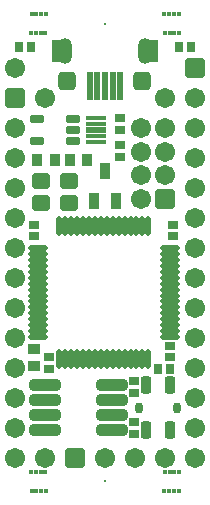
<source format=gts>
%FSTAX23Y23*%
%MOIN*%
%SFA1B1*%

%IPPOS*%
%AMD25*
4,1,8,-0.041800,-0.018800,0.041800,-0.018800,0.053200,-0.007400,0.053200,0.007400,0.041800,0.018800,-0.041800,0.018800,-0.053200,0.007400,-0.053200,-0.007400,-0.041800,-0.018800,0.0*
1,1,0.022760,-0.041800,-0.007400*
1,1,0.022760,0.041800,-0.007400*
1,1,0.022760,0.041800,0.007400*
1,1,0.022760,-0.041800,0.007400*
%
%AMD26*
4,1,8,0.033500,-0.003000,0.033500,0.003000,0.026600,0.009900,-0.026600,0.009900,-0.033500,0.003000,-0.033500,-0.003000,-0.026600,-0.009900,0.026600,-0.009900,0.033500,-0.003000,0.0*
1,1,0.013900,0.026600,-0.003000*
1,1,0.013900,0.026600,0.003000*
1,1,0.013900,-0.026600,0.003000*
1,1,0.013900,-0.026600,-0.003000*
%
%AMD27*
4,1,8,-0.017800,0.021200,-0.017800,-0.021200,-0.010300,-0.028600,0.010300,-0.028600,0.017800,-0.021200,0.017800,0.021200,0.010300,0.028600,-0.010300,0.028600,-0.017800,0.021200,0.0*
1,1,0.014900,-0.010300,0.021200*
1,1,0.014900,-0.010300,-0.021200*
1,1,0.014900,0.010300,-0.021200*
1,1,0.014900,0.010300,0.021200*
%
%AMD28*
4,1,8,-0.017800,0.021200,-0.017800,-0.021200,-0.010300,-0.028600,0.010300,-0.028600,0.017800,-0.021200,0.017800,0.021200,0.010300,0.028600,-0.010300,0.028600,-0.017800,0.021200,0.0*
1,1,0.014900,-0.010300,0.021200*
1,1,0.014900,-0.010300,-0.021200*
1,1,0.014900,0.010300,-0.021200*
1,1,0.014900,0.010300,0.021200*
%
%AMD29*
4,1,8,-0.017800,0.021100,-0.017800,-0.021100,-0.010300,-0.028600,0.010300,-0.028600,0.017800,-0.021100,0.017800,0.021100,0.010300,0.028600,-0.010300,0.028600,-0.017800,0.021100,0.0*
1,1,0.014900,-0.010300,0.021100*
1,1,0.014900,-0.010300,-0.021100*
1,1,0.014900,0.010300,-0.021100*
1,1,0.014900,0.010300,0.021100*
%
%AMD30*
4,1,8,-0.011900,0.009800,-0.011900,-0.009800,-0.003900,-0.017800,0.003900,-0.017800,0.011900,-0.009800,0.011900,0.009800,0.003900,0.017800,-0.003900,0.017800,-0.011900,0.009800,0.0*
1,1,0.015900,-0.003900,0.009800*
1,1,0.015900,-0.003900,-0.009800*
1,1,0.015900,0.003900,-0.009800*
1,1,0.015900,0.003900,0.009800*
%
%AMD31*
4,1,8,-0.011800,0.009900,-0.011800,-0.009900,-0.003900,-0.017800,0.003900,-0.017800,0.011800,-0.009900,0.011800,0.009900,0.003900,0.017800,-0.003900,0.017800,-0.011800,0.009900,0.0*
1,1,0.015860,-0.003900,0.009900*
1,1,0.015860,-0.003900,-0.009900*
1,1,0.015860,0.003900,-0.009900*
1,1,0.015860,0.003900,0.009900*
%
%AMD32*
4,1,8,-0.017000,-0.014800,0.017000,-0.014800,0.023700,-0.008100,0.023700,0.008100,0.017000,0.014800,-0.017000,0.014800,-0.023700,0.008100,-0.023700,-0.008100,-0.017000,-0.014800,0.0*
1,1,0.013420,-0.017000,-0.008100*
1,1,0.013420,0.017000,-0.008100*
1,1,0.013420,0.017000,0.008100*
1,1,0.013420,-0.017000,0.008100*
%
%AMD33*
4,1,8,-0.017000,-0.014800,0.017000,-0.014800,0.023700,-0.008100,0.023700,0.008100,0.017000,0.014800,-0.017000,0.014800,-0.023700,0.008100,-0.023700,-0.008100,-0.017000,-0.014800,0.0*
1,1,0.013420,-0.017000,-0.008100*
1,1,0.013420,0.017000,-0.008100*
1,1,0.013420,0.017000,0.008100*
1,1,0.013420,-0.017000,0.008100*
%
%AMD40*
4,1,8,0.003000,0.033500,-0.003000,0.033500,-0.009900,0.026600,-0.009900,-0.026600,-0.003000,-0.033500,0.003000,-0.033500,0.009900,-0.026600,0.009900,0.026600,0.003000,0.033500,0.0*
1,1,0.013900,0.003000,0.026600*
1,1,0.013900,-0.003000,0.026600*
1,1,0.013900,-0.003000,-0.026600*
1,1,0.013900,0.003000,-0.026600*
%
%AMD41*
4,1,8,-0.015800,-0.027600,0.015800,-0.027600,0.031600,-0.011800,0.031600,0.011800,0.015800,0.027600,-0.015800,0.027600,-0.031600,0.011800,-0.031600,-0.011800,-0.015800,-0.027600,0.0*
1,1,0.031620,-0.015800,-0.011800*
1,1,0.031620,0.015800,-0.011800*
1,1,0.031620,0.015800,0.011800*
1,1,0.031620,-0.015800,0.011800*
%
%AMD42*
4,1,8,0.011500,-0.039600,0.011500,0.039600,0.003700,0.047300,-0.003700,0.047300,-0.011500,0.039600,-0.011500,-0.039600,-0.003700,-0.047300,0.003700,-0.047300,0.011500,-0.039600,0.0*
1,1,0.015480,0.003700,-0.039600*
1,1,0.015480,0.003700,0.039600*
1,1,0.015480,-0.003700,0.039600*
1,1,0.015480,-0.003700,-0.039600*
%
%AMD43*
4,1,8,0.031600,-0.013800,0.031600,0.013800,0.013800,0.031600,-0.013800,0.031600,-0.031600,0.013800,-0.031600,-0.013800,-0.013800,-0.031600,0.013800,-0.031600,0.031600,-0.013800,0.0*
1,1,0.035560,0.013800,-0.013800*
1,1,0.035560,0.013800,0.013800*
1,1,0.035560,-0.013800,0.013800*
1,1,0.035560,-0.013800,-0.013800*
%
%AMD47*
4,1,8,0.033500,-0.022100,0.033500,0.022100,0.022100,0.033500,-0.022100,0.033500,-0.033500,0.022100,-0.033500,-0.022100,-0.022100,-0.033500,0.022100,-0.033500,0.033500,-0.022100,0.0*
1,1,0.022760,0.022100,-0.022100*
1,1,0.022760,0.022100,0.022100*
1,1,0.022760,-0.022100,0.022100*
1,1,0.022760,-0.022100,-0.022100*
%
%AMD48*
4,1,8,0.022100,0.033500,-0.022100,0.033500,-0.033500,0.022100,-0.033500,-0.022100,-0.022100,-0.033500,0.022100,-0.033500,0.033500,-0.022100,0.033500,0.022100,0.022100,0.033500,0.0*
1,1,0.022760,0.022100,0.022100*
1,1,0.022760,-0.022100,0.022100*
1,1,0.022760,-0.022100,-0.022100*
1,1,0.022760,0.022100,-0.022100*
%
G04~CAMADD=25~8~0.0~0.0~1064.2~375.3~113.8~0.0~15~0.0~0.0~0.0~0.0~0~0.0~0.0~0.0~0.0~0~0.0~0.0~0.0~180.0~1064.0~375.0*
%ADD25D25*%
G04~CAMADD=26~8~0.0~0.0~198.1~670.6~69.5~0.0~15~0.0~0.0~0.0~0.0~0~0.0~0.0~0.0~0.0~0~0.0~0.0~0.0~270.0~670.0~197.0*
%ADD26D26*%
G04~CAMADD=27~8~0.0~0.0~572.1~355.6~74.5~0.0~15~0.0~0.0~0.0~0.0~0~0.0~0.0~0.0~0.0~0~0.0~0.0~0.0~90.0~356.0~572.0*
%ADD27D27*%
G04~CAMADD=28~8~0.0~0.0~572.1~355.6~74.5~0.0~15~0.0~0.0~0.0~0.0~0~0.0~0.0~0.0~0.0~0~0.0~0.0~0.0~90.0~356.0~572.0*
%ADD28D28*%
G04~CAMADD=29~8~0.0~0.0~572.0~356.0~74.5~0.0~15~0.0~0.0~0.0~0.0~0~0.0~0.0~0.0~0.0~0~0.0~0.0~0.0~90.0~356.0~572.0*
%ADD29D29*%
G04~CAMADD=30~8~0.0~0.0~356.0~238.0~79.5~0.0~15~0.0~0.0~0.0~0.0~0~0.0~0.0~0.0~0.0~0~0.0~0.0~0.0~90.0~238.0~356.0*
%ADD30D30*%
G04~CAMADD=31~8~0.0~0.0~356.0~237.0~79.3~0.0~15~0.0~0.0~0.0~0.0~0~0.0~0.0~0.0~0.0~0~0.0~0.0~0.0~90.0~237.0~355.0*
%ADD31D31*%
G04~CAMADD=32~8~0.0~0.0~473.7~296.5~67.1~0.0~15~0.0~0.0~0.0~0.0~0~0.0~0.0~0.0~0.0~0~0.0~0.0~0.0~180.0~474.0~296.0*
%ADD32D32*%
G04~CAMADD=33~8~0.0~0.0~473.7~296.5~67.1~0.0~15~0.0~0.0~0.0~0.0~0~0.0~0.0~0.0~0.0~0~0.0~0.0~0.0~180.0~474.0~296.0*
%ADD33D33*%
%ADD34R,0.034770X0.015870*%
%ADD35R,0.034770X0.023750*%
%ADD36R,0.031620X0.035560*%
%ADD37R,0.035560X0.031620*%
%ADD38R,0.035560X0.057210*%
%ADD39R,0.043430X0.035560*%
G04~CAMADD=40~8~0.0~0.0~198.1~670.6~69.5~0.0~15~0.0~0.0~0.0~0.0~0~0.0~0.0~0.0~0.0~0~0.0~0.0~0.0~0.0~198.1~670.6*
%ADD40D40*%
G04~CAMADD=41~8~0.0~0.0~631.2~552.4~158.1~0.0~15~0.0~0.0~0.0~0.0~0~0.0~0.0~0.0~0.0~0~0.0~0.0~0.0~180.0~632.0~553.0*
%ADD41D41*%
G04~CAMADD=42~8~0.0~0.0~946.1~229.6~77.4~0.0~15~0.0~0.0~0.0~0.0~0~0.0~0.0~0.0~0.0~0~0.0~0.0~0.0~270.0~230.0~946.0*
%ADD42D42*%
G04~CAMADD=43~8~0.0~0.0~631.1~631.2~177.8~0.0~15~0.0~0.0~0.0~0.0~0~0.0~0.0~0.0~0.0~0~0.0~0.0~0.0~270.0~633.0~632.0*
%ADD43D43*%
%ADD44R,0.035560X0.043430*%
%ADD45C,0.008000*%
%ADD46C,0.067060*%
G04~CAMADD=47~8~0.0~0.0~670.6~670.6~113.8~0.0~15~0.0~0.0~0.0~0.0~0~0.0~0.0~0.0~0.0~0~0.0~0.0~0.0~270.0~670.0~670.0*
%ADD47D47*%
G04~CAMADD=48~8~0.0~0.0~670.6~670.6~113.8~0.0~15~0.0~0.0~0.0~0.0~0~0.0~0.0~0.0~0.0~0~0.0~0.0~0.0~0.0~670.6~670.6*
%ADD48D48*%
%ADD49O,0.047370X0.086740*%
%ADD50C,0.015870*%
%LNcs_ranka-1*%
%LPD*%
G36*
X00205Y01357D02*
Y01431D01*
X00162*
Y01357*
X00205*
G37*
G36*
X00473D02*
Y01431D01*
X00516*
Y01357*
X00473*
G37*
G54D25*
X00362Y00131D03*
Y00181D03*
Y00231D03*
Y00281D03*
X00138Y00131D03*
Y00181D03*
Y00231D03*
Y00281D03*
G54D26*
X00114Y00501D03*
X00555D03*
Y0058D03*
Y006D03*
Y00679D03*
Y00442D03*
Y00462D03*
Y00482D03*
Y00521D03*
Y00541D03*
Y00561D03*
Y0062D03*
Y00639D03*
Y00659D03*
Y00698D03*
Y00718D03*
Y00738D03*
X00114Y006D03*
Y0058D03*
Y00679D03*
Y00482D03*
Y00462D03*
Y00442D03*
Y00561D03*
Y00541D03*
Y00521D03*
Y00659D03*
Y00639D03*
Y0062D03*
Y00738D03*
Y00718D03*
Y00698D03*
G54D27*
X00555Y00281D03*
G54D28*
X00555Y00131D03*
G54D29*
X00477Y00131D03*
Y00281D03*
G54D30*
X00452Y00206D03*
G54D31*
X0058Y00206D03*
G54D32*
X00112Y01094D03*
Y01169D03*
X00231D03*
Y01094D03*
G54D33*
X00231Y01131D03*
G54D34*
X00326Y01171D03*
Y01151D03*
Y01112D03*
Y01092D03*
X00292D03*
Y01112D03*
Y01151D03*
Y01171D03*
G54D35*
X00326Y01131D03*
X00292D03*
G54D36*
X00585Y01407D03*
X00624D03*
X00516Y00334D03*
X00555D03*
X00093Y01407D03*
X00053D03*
G54D37*
X00437Y00295D03*
Y00255D03*
Y00118D03*
Y00157D03*
X00555Y00374D03*
Y00413D03*
X0039Y01173D03*
Y01133D03*
Y01082D03*
Y01043D03*
X00152Y00374D03*
Y00334D03*
X00103Y00777D03*
Y00816D03*
X00565D03*
Y00777D03*
G54D38*
X00339Y00994D03*
X00376Y00895D03*
X00301D03*
G54D39*
X00103Y00344D03*
Y00403D03*
G54D40*
X00424Y00811D03*
X00345D03*
X00325D03*
X00246D03*
X00483D03*
X00463D03*
X00443D03*
X00404D03*
X00384D03*
X00364D03*
X00305D03*
X00286D03*
X00266D03*
X00227D03*
X00207D03*
X00187D03*
X00325Y0037D03*
X00345D03*
X00424D03*
X00246D03*
X00443D03*
X00463D03*
X00483D03*
X00364D03*
X00384D03*
X00404D03*
X00266D03*
X00286D03*
X00305D03*
X00187D03*
X00207D03*
X00227D03*
G54D41*
X00219Y00887D03*
Y00962D03*
X00124Y00887D03*
Y00962D03*
G54D42*
X00339Y01279D03*
X0039D03*
X00364D03*
X00313D03*
X00288D03*
G54D43*
X00463Y01296D03*
X00211Y01295D03*
G54D44*
X00112Y01033D03*
X00172D03*
X0028D03*
X00221D03*
G54D45*
X00338Y-00037D03*
Y01484D03*
G54D46*
X00039Y01039D03*
Y00439D03*
Y00039D03*
Y00139D03*
Y00239D03*
Y00639D03*
Y00539D03*
Y00939D03*
Y00839D03*
Y01339D03*
Y00339D03*
Y00739D03*
Y01139D03*
X00639Y01039D03*
Y00439D03*
Y00039D03*
Y00139D03*
Y00239D03*
Y00639D03*
Y00539D03*
Y00939D03*
Y00839D03*
Y01239D03*
Y00339D03*
Y00739D03*
Y01139D03*
X00539D03*
X00439Y00039D03*
X00539D03*
X00139D03*
X00339D03*
X0046Y00903D03*
Y00981D03*
Y0106D03*
Y01139D03*
X00539Y0106D03*
Y00981D03*
Y01239D03*
X00139D03*
G54D47*
X00039Y01239D03*
X00639Y01339D03*
X00539Y00903D03*
G54D48*
X00239Y00039D03*
G54D49*
X00473Y01394D03*
X00205D03*
G54D50*
X00092Y-00009D03*
X00108D03*
X00124D03*
X00139D03*
X00141Y-0007D03*
X00125D03*
X0011D03*
X00094D03*
X00584D03*
X00568D03*
X00553D03*
X00537D03*
X00539Y-00009D03*
X00555D03*
X0057D03*
X00586D03*
Y01456D03*
X0057D03*
X00555D03*
X00539D03*
X00537Y01517D03*
X00553D03*
X00568D03*
X00584D03*
X00094D03*
X0011D03*
X00125D03*
X00141D03*
X00139Y01456D03*
X00124D03*
X00108D03*
X00092D03*
M02*
</source>
